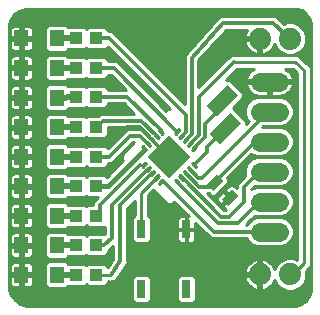
<source format=gtl>
G75*
G70*
%OFA0B0*%
%FSLAX24Y24*%
%IPPOS*%
%LPD*%
%AMOC8*
5,1,8,0,0,1.08239X$1,22.5*
%
%ADD10C,0.0089*%
%ADD11R,0.1024X0.1024*%
%ADD12C,0.0640*%
%ADD13R,0.0315X0.0472*%
%ADD14R,0.0472X0.0551*%
%ADD15R,0.0433X0.0394*%
%ADD16C,0.0740*%
%ADD17R,0.0500X0.1000*%
%ADD18R,0.0300X0.0600*%
%ADD19C,0.0120*%
%ADD20C,0.0100*%
%ADD21C,0.0200*%
%ADD22C,0.0160*%
D10*
X005777Y005953D02*
X005895Y006071D01*
X005917Y006049D01*
X005799Y005931D01*
X005777Y005953D01*
X005843Y006019D02*
X005887Y006019D01*
X006034Y005931D02*
X005916Y005813D01*
X006034Y005931D02*
X006056Y005909D01*
X005938Y005791D01*
X005916Y005813D01*
X005982Y005879D02*
X006026Y005879D01*
X006173Y005792D02*
X006055Y005674D01*
X006173Y005792D02*
X006195Y005770D01*
X006077Y005652D01*
X006055Y005674D01*
X006121Y005740D02*
X006165Y005740D01*
X006313Y005653D02*
X006195Y005535D01*
X006313Y005653D02*
X006335Y005631D01*
X006217Y005513D01*
X006195Y005535D01*
X006261Y005601D02*
X006305Y005601D01*
X006452Y005514D02*
X006334Y005396D01*
X006452Y005514D02*
X006474Y005492D01*
X006356Y005374D01*
X006334Y005396D01*
X006400Y005462D02*
X006444Y005462D01*
X006891Y005492D02*
X006913Y005514D01*
X007031Y005396D01*
X007009Y005374D01*
X006891Y005492D01*
X006921Y005462D02*
X006965Y005462D01*
X007030Y005631D02*
X007052Y005653D01*
X007170Y005535D01*
X007148Y005513D01*
X007030Y005631D01*
X007060Y005601D02*
X007104Y005601D01*
X007169Y005770D02*
X007191Y005792D01*
X007309Y005674D01*
X007287Y005652D01*
X007169Y005770D01*
X007199Y005740D02*
X007243Y005740D01*
X007308Y005909D02*
X007330Y005931D01*
X007448Y005813D01*
X007426Y005791D01*
X007308Y005909D01*
X007338Y005879D02*
X007382Y005879D01*
X007447Y006049D02*
X007469Y006071D01*
X007587Y005953D01*
X007565Y005931D01*
X007447Y006049D01*
X007477Y006019D02*
X007521Y006019D01*
X007447Y006509D02*
X007565Y006627D01*
X007587Y006605D01*
X007469Y006487D01*
X007447Y006509D01*
X007513Y006575D02*
X007557Y006575D01*
X007426Y006767D02*
X007308Y006649D01*
X007426Y006767D02*
X007448Y006745D01*
X007330Y006627D01*
X007308Y006649D01*
X007374Y006715D02*
X007418Y006715D01*
X007287Y006906D02*
X007169Y006788D01*
X007287Y006906D02*
X007309Y006884D01*
X007191Y006766D01*
X007169Y006788D01*
X007235Y006854D02*
X007279Y006854D01*
X007148Y007045D02*
X007030Y006927D01*
X007148Y007045D02*
X007170Y007023D01*
X007052Y006905D01*
X007030Y006927D01*
X007096Y006993D02*
X007140Y006993D01*
X007009Y007184D02*
X006891Y007066D01*
X007009Y007184D02*
X007031Y007162D01*
X006913Y007044D01*
X006891Y007066D01*
X006957Y007132D02*
X007001Y007132D01*
X006356Y007184D02*
X006334Y007162D01*
X006356Y007184D02*
X006474Y007066D01*
X006452Y007044D01*
X006334Y007162D01*
X006364Y007132D02*
X006408Y007132D01*
X006217Y007045D02*
X006195Y007023D01*
X006217Y007045D02*
X006335Y006927D01*
X006313Y006905D01*
X006195Y007023D01*
X006225Y006993D02*
X006269Y006993D01*
X006077Y006906D02*
X006055Y006884D01*
X006077Y006906D02*
X006195Y006788D01*
X006173Y006766D01*
X006055Y006884D01*
X006085Y006854D02*
X006129Y006854D01*
X005938Y006767D02*
X005916Y006745D01*
X005938Y006767D02*
X006056Y006649D01*
X006034Y006627D01*
X005916Y006745D01*
X005946Y006715D02*
X005990Y006715D01*
X005799Y006627D02*
X005777Y006605D01*
X005799Y006627D02*
X005917Y006509D01*
X005895Y006487D01*
X005777Y006605D01*
X005807Y006575D02*
X005851Y006575D01*
D11*
G36*
X005958Y006279D02*
X006682Y007003D01*
X007406Y006279D01*
X006682Y005555D01*
X005958Y006279D01*
G37*
D12*
X009702Y005779D02*
X010342Y005779D01*
X010342Y004779D02*
X009702Y004779D01*
X009702Y003779D02*
X010342Y003779D01*
X010342Y006779D02*
X009702Y006779D01*
X009702Y007779D02*
X010342Y007779D01*
X010342Y008779D02*
X009702Y008779D01*
D13*
G36*
X008156Y005140D02*
X007934Y005362D01*
X008266Y005694D01*
X008488Y005472D01*
X008156Y005140D01*
G37*
G36*
X008657Y004639D02*
X008435Y004861D01*
X008767Y005193D01*
X008989Y004971D01*
X008657Y004639D01*
G37*
D14*
X002942Y004311D03*
X002942Y005295D03*
X002942Y006279D03*
X002942Y007263D03*
X002942Y008248D03*
X002942Y009232D03*
X002942Y010216D03*
X001761Y010216D03*
X001761Y009232D03*
X001761Y008248D03*
X001761Y007263D03*
X001761Y006279D03*
X001761Y005295D03*
X001761Y004311D03*
X001761Y003326D03*
X001761Y002342D03*
X002942Y002342D03*
X002942Y003326D03*
D15*
X003592Y003326D03*
X004261Y003326D03*
X004261Y002342D03*
X003592Y002342D03*
X003592Y004311D03*
X004261Y004311D03*
X004261Y005295D03*
X003592Y005295D03*
X003592Y006279D03*
X004261Y006279D03*
X004261Y007263D03*
X003592Y007263D03*
X003592Y008267D03*
X004261Y008267D03*
X004261Y009232D03*
X003592Y009232D03*
X003592Y010216D03*
X004261Y010216D03*
D16*
X009710Y010209D03*
X010710Y010209D03*
X010710Y002350D03*
X009710Y002350D03*
D17*
G36*
X008727Y007743D02*
X009081Y007389D01*
X008375Y006683D01*
X008021Y007037D01*
X008727Y007743D01*
G37*
G36*
X008627Y008678D02*
X008981Y008324D01*
X008275Y007618D01*
X007921Y007972D01*
X008627Y008678D01*
G37*
D18*
X007257Y003854D03*
X005757Y003854D03*
X005757Y001854D03*
X007257Y001854D03*
D19*
X008182Y003779D02*
X010022Y003779D01*
X009682Y004779D02*
X008982Y004079D01*
X008325Y004079D01*
X006961Y005444D01*
X007100Y005583D02*
X008404Y004279D01*
X008682Y004279D01*
X009182Y004779D01*
X009182Y005279D01*
X009682Y005779D01*
X010022Y005779D01*
X008551Y007213D02*
X007932Y006595D01*
X007932Y006429D01*
X007517Y006014D01*
X007378Y005861D02*
X007661Y005579D01*
X007782Y005579D01*
X009982Y007779D01*
X008682Y008179D02*
X007882Y007379D01*
X007882Y006922D01*
X007517Y006557D01*
X007400Y006719D02*
X007682Y007002D01*
X007682Y008279D01*
X008832Y009429D01*
X008482Y010729D02*
X007432Y009579D01*
X007432Y007029D01*
X007239Y006836D01*
X007100Y006975D02*
X007232Y007107D01*
X007232Y007679D01*
X004682Y010229D01*
X004274Y010229D01*
X004261Y009232D02*
X004843Y009232D01*
X006961Y007114D01*
X006404Y007157D02*
X005282Y008279D01*
X004273Y008279D01*
X004477Y007479D02*
X004261Y007263D01*
X004477Y007479D02*
X005761Y007479D01*
X006265Y006975D01*
X006125Y006836D02*
X005707Y007254D01*
X005282Y007254D01*
X005382Y006979D02*
X004682Y006279D01*
X004261Y006279D01*
X005382Y006979D02*
X005704Y006979D01*
X005986Y006697D01*
X006125Y006836D02*
X006682Y006279D01*
X007239Y005722D02*
X007682Y005279D01*
X008073Y005279D01*
X008182Y003779D02*
X006517Y005444D01*
X006125Y005722D02*
X005057Y004654D01*
X005057Y002804D01*
X004745Y002342D01*
X004529Y003326D02*
X004261Y003326D01*
X004529Y003326D02*
X004782Y003579D01*
X004782Y004657D01*
X005986Y005861D01*
X005704Y006001D02*
X004382Y004679D01*
X004382Y004432D01*
X008482Y010729D02*
X010140Y010729D01*
X010710Y010209D01*
D20*
X001423Y001654D02*
X001543Y001489D01*
X001707Y001370D01*
X001901Y001307D01*
X002002Y001299D01*
X010819Y001299D01*
X010912Y001306D01*
X011088Y001364D01*
X011238Y001473D01*
X011348Y001623D01*
X011405Y001799D01*
X011412Y001892D01*
X011412Y010588D01*
X011412Y010624D01*
X011412Y010658D01*
X011405Y010744D01*
X011352Y010908D01*
X011251Y011048D01*
X011111Y011149D01*
X010947Y011202D01*
X010861Y011209D01*
X002034Y011209D01*
X002014Y011209D01*
X001963Y011209D01*
X001868Y011202D01*
X001686Y011142D01*
X001531Y011030D01*
X001419Y010875D01*
X001360Y010694D01*
X001352Y010598D01*
X001352Y002019D01*
X001352Y002006D01*
X001352Y001949D01*
X001360Y001847D01*
X001423Y001654D01*
X001428Y001648D02*
X005437Y001648D01*
X005437Y001746D02*
X001393Y001746D01*
X001361Y001845D02*
X005437Y001845D01*
X005437Y001943D02*
X003295Y001943D01*
X003327Y001975D02*
X003879Y001975D01*
X003926Y002023D01*
X003974Y001975D01*
X004548Y001975D01*
X004647Y002075D01*
X004647Y002122D01*
X004660Y002122D01*
X004695Y002098D01*
X004819Y002122D01*
X004836Y002122D01*
X004840Y002126D01*
X004882Y002134D01*
X004953Y002239D01*
X005452Y002239D01*
X005437Y002224D02*
X005537Y002324D01*
X005978Y002324D01*
X006077Y002224D01*
X006077Y001484D01*
X005978Y001384D01*
X005537Y001384D01*
X005437Y001484D01*
X005437Y002224D01*
X005437Y002140D02*
X004886Y002140D01*
X004953Y002239D02*
X004965Y002251D01*
X004965Y002257D01*
X005235Y002657D01*
X005287Y002709D01*
X005287Y002734D01*
X005301Y002754D01*
X005287Y002826D01*
X005287Y004559D01*
X005537Y004809D01*
X005537Y004324D01*
X005537Y004324D01*
X005437Y004224D01*
X005437Y003484D01*
X005537Y003384D01*
X005978Y003384D01*
X006077Y003484D01*
X006077Y004224D01*
X005978Y004324D01*
X005977Y004324D01*
X005977Y004985D01*
X006158Y005165D01*
X006631Y004691D01*
X006772Y004691D01*
X006859Y004777D01*
X007332Y004304D01*
X007282Y004304D01*
X007282Y003879D01*
X007232Y003879D01*
X007232Y003829D01*
X006957Y003829D01*
X006957Y003534D01*
X006967Y003496D01*
X006987Y003462D01*
X007015Y003434D01*
X007049Y003414D01*
X007087Y003404D01*
X007232Y003404D01*
X007232Y003829D01*
X007282Y003829D01*
X007282Y003404D01*
X007427Y003404D01*
X007465Y003414D01*
X007499Y003434D01*
X007527Y003462D01*
X007547Y003496D01*
X007557Y003534D01*
X007557Y003829D01*
X007282Y003829D01*
X007282Y003879D01*
X007557Y003879D01*
X007557Y004079D01*
X007952Y003684D01*
X008087Y003549D01*
X009267Y003549D01*
X009287Y003501D01*
X009425Y003364D01*
X009605Y003289D01*
X010440Y003289D01*
X010620Y003364D01*
X010758Y003501D01*
X010832Y003682D01*
X010832Y003876D01*
X010758Y004057D01*
X010620Y004194D01*
X010440Y004269D01*
X009605Y004269D01*
X009425Y004194D01*
X009287Y004057D01*
X009267Y004009D01*
X009237Y004009D01*
X009543Y004315D01*
X009605Y004289D01*
X010440Y004289D01*
X010620Y004364D01*
X010758Y004501D01*
X010832Y004682D01*
X010832Y004876D01*
X010758Y005057D01*
X010620Y005194D01*
X010440Y005269D01*
X009605Y005269D01*
X009425Y005194D01*
X009412Y005182D01*
X009412Y005184D01*
X009543Y005315D01*
X009605Y005289D01*
X010440Y005289D01*
X010620Y005364D01*
X010758Y005501D01*
X010832Y005682D01*
X010832Y005876D01*
X010758Y006057D01*
X010620Y006194D01*
X010440Y006269D01*
X009605Y006269D01*
X009425Y006194D01*
X009287Y006057D01*
X009212Y005876D01*
X009212Y005682D01*
X009226Y005648D01*
X008952Y005374D01*
X008952Y005222D01*
X008860Y005314D01*
X008825Y005334D01*
X008787Y005344D01*
X008748Y005344D01*
X008710Y005334D01*
X008675Y005314D01*
X008515Y005154D01*
X008712Y004957D01*
X008671Y004916D01*
X008712Y004875D01*
X008459Y004623D01*
X008564Y004518D01*
X008579Y004509D01*
X008499Y004509D01*
X007959Y005049D01*
X008004Y005049D01*
X008085Y004969D01*
X008226Y004969D01*
X008659Y005402D01*
X008659Y005543D01*
X008622Y005580D01*
X009415Y006373D01*
X009425Y006364D01*
X009605Y006289D01*
X010440Y006289D01*
X010620Y006364D01*
X010758Y006501D01*
X010832Y006682D01*
X010832Y006876D01*
X010758Y007057D01*
X010620Y007194D01*
X010440Y007269D01*
X009797Y007269D01*
X009817Y007289D01*
X010440Y007289D01*
X010620Y007364D01*
X010758Y007501D01*
X010832Y007682D01*
X010832Y007876D01*
X010758Y008057D01*
X010620Y008194D01*
X010440Y008269D01*
X009605Y008269D01*
X009425Y008194D01*
X009287Y008057D01*
X009212Y007876D01*
X009212Y007682D01*
X009287Y007501D01*
X009333Y007455D01*
X009251Y007373D01*
X009251Y007460D01*
X008804Y007907D01*
X009151Y008254D01*
X009151Y008395D01*
X008698Y008848D01*
X008576Y008848D01*
X008937Y009209D01*
X009511Y009209D01*
X009456Y009181D01*
X009396Y009138D01*
X009344Y009085D01*
X009300Y009025D01*
X009267Y008959D01*
X009244Y008889D01*
X009234Y008829D01*
X009972Y008829D01*
X009972Y008729D01*
X009234Y008729D01*
X009244Y008669D01*
X009267Y008599D01*
X009300Y008533D01*
X009344Y008473D01*
X009396Y008421D01*
X009456Y008377D01*
X009522Y008344D01*
X009592Y008321D01*
X009665Y008309D01*
X009972Y008309D01*
X009972Y008729D01*
X010072Y008729D01*
X010072Y008309D01*
X010379Y008309D01*
X010452Y008321D01*
X010523Y008344D01*
X010589Y008377D01*
X010648Y008421D01*
X010701Y008473D01*
X010744Y008533D01*
X010778Y008599D01*
X010801Y008669D01*
X010810Y008729D01*
X010072Y008729D01*
X010072Y008829D01*
X010810Y008829D01*
X010801Y008889D01*
X010778Y008959D01*
X010744Y009025D01*
X010701Y009085D01*
X010648Y009138D01*
X010589Y009181D01*
X010533Y009209D01*
X010803Y009209D01*
X010962Y009076D01*
X010962Y002830D01*
X010961Y002830D01*
X010962Y002830D02*
X010818Y002889D01*
X010603Y002889D01*
X010404Y002807D01*
X010252Y002655D01*
X010199Y002527D01*
X010192Y002549D01*
X010155Y002622D01*
X010107Y002688D01*
X010049Y002746D01*
X009983Y002794D01*
X009910Y002831D01*
X009832Y002857D01*
X009760Y002868D01*
X009760Y002400D01*
X009660Y002400D01*
X009660Y002868D01*
X009588Y002857D01*
X009511Y002831D01*
X009438Y002794D01*
X009371Y002746D01*
X009314Y002688D01*
X009265Y002622D01*
X009228Y002549D01*
X009203Y002471D01*
X009192Y002399D01*
X009660Y002399D01*
X009660Y002300D01*
X009192Y002300D01*
X009203Y002228D01*
X009228Y002150D01*
X009265Y002077D01*
X009314Y002011D01*
X009371Y001953D01*
X009438Y001905D01*
X009511Y001868D01*
X009588Y001842D01*
X009660Y001831D01*
X009660Y002299D01*
X009760Y002299D01*
X009760Y001831D01*
X009832Y001842D01*
X009910Y001868D01*
X009983Y001905D01*
X010049Y001953D01*
X010107Y002011D01*
X010155Y002077D01*
X010192Y002150D01*
X010199Y002172D01*
X010252Y002044D01*
X010404Y001892D01*
X010603Y001810D01*
X010818Y001810D01*
X011016Y001892D01*
X011168Y002044D01*
X011250Y002242D01*
X011250Y002457D01*
X011242Y002477D01*
X011402Y002638D01*
X011402Y002820D01*
X011402Y009099D01*
X011410Y009108D01*
X011402Y009189D01*
X011402Y009270D01*
X011394Y009278D01*
X011393Y009290D01*
X011330Y009342D01*
X011273Y009399D01*
X011262Y009399D01*
X011030Y009592D01*
X010973Y009649D01*
X010962Y009649D01*
X010953Y009656D01*
X010872Y009649D01*
X008937Y009649D01*
X008927Y009659D01*
X008737Y009659D01*
X007662Y008584D01*
X007662Y009490D01*
X008584Y010499D01*
X009278Y010499D01*
X009265Y010481D01*
X009228Y010408D01*
X009203Y010330D01*
X009192Y010259D01*
X009660Y010259D01*
X009660Y010159D01*
X009192Y010159D01*
X009203Y010087D01*
X009228Y010009D01*
X009265Y009936D01*
X009314Y009870D01*
X009371Y009812D01*
X009438Y009764D01*
X009511Y009727D01*
X009588Y009701D01*
X009660Y009690D01*
X009660Y010158D01*
X009760Y010158D01*
X009760Y009690D01*
X009832Y009701D01*
X009910Y009727D01*
X009983Y009764D01*
X010049Y009812D01*
X010107Y009870D01*
X010155Y009936D01*
X010192Y010009D01*
X010199Y010031D01*
X010252Y009903D01*
X010404Y009751D01*
X010603Y009669D01*
X010818Y009669D01*
X011016Y009751D01*
X011168Y009903D01*
X011250Y010101D01*
X011250Y010316D01*
X011168Y010514D01*
X011016Y010666D01*
X010818Y010749D01*
X010603Y010749D01*
X010504Y010708D01*
X010298Y010895D01*
X010235Y010959D01*
X010229Y010959D01*
X010224Y010963D01*
X010134Y010959D01*
X008571Y010959D01*
X008567Y010963D01*
X008477Y010959D01*
X008387Y010959D01*
X008383Y010955D01*
X008377Y010954D01*
X008316Y010888D01*
X008252Y010824D01*
X008252Y010818D01*
X007266Y009738D01*
X007202Y009674D01*
X007202Y009668D01*
X007198Y009664D01*
X007202Y009574D01*
X007202Y008034D01*
X004912Y010324D01*
X004777Y010459D01*
X004647Y010459D01*
X004647Y010483D01*
X004548Y010583D01*
X003974Y010583D01*
X003926Y010535D01*
X003879Y010583D01*
X003327Y010583D01*
X003249Y010662D01*
X002635Y010662D01*
X002536Y010562D01*
X002536Y009870D01*
X002635Y009770D01*
X003249Y009770D01*
X003327Y009849D01*
X003879Y009849D01*
X003926Y009897D01*
X003974Y009849D01*
X004548Y009849D01*
X004642Y009944D01*
X006727Y007859D01*
X006631Y007859D01*
X006586Y007814D01*
X004938Y009462D01*
X004748Y009462D01*
X004647Y009462D01*
X004647Y009499D01*
X004548Y009599D01*
X003974Y009599D01*
X003926Y009551D01*
X003879Y009599D01*
X003327Y009599D01*
X003249Y009677D01*
X002635Y009677D01*
X002536Y009578D01*
X002536Y008886D01*
X002635Y008786D01*
X003249Y008786D01*
X003327Y008865D01*
X003879Y008865D01*
X003926Y008913D01*
X003974Y008865D01*
X004548Y008865D01*
X004647Y008965D01*
X004647Y009002D01*
X004748Y009002D01*
X005241Y008509D01*
X004647Y008509D01*
X004647Y008534D01*
X004548Y008634D01*
X003974Y008634D01*
X003926Y008586D01*
X003879Y008634D01*
X003308Y008634D01*
X003249Y008693D01*
X002635Y008693D01*
X002536Y008594D01*
X002536Y007902D01*
X002635Y007802D01*
X003249Y007802D01*
X003347Y007900D01*
X003879Y007900D01*
X003926Y007948D01*
X003974Y007900D01*
X004548Y007900D01*
X004647Y008000D01*
X004647Y008049D01*
X005187Y008049D01*
X005527Y007709D01*
X004572Y007709D01*
X004381Y007709D01*
X004303Y007630D01*
X003974Y007630D01*
X003926Y007582D01*
X003879Y007630D01*
X003327Y007630D01*
X003249Y007709D01*
X002635Y007709D01*
X002536Y007609D01*
X002536Y006917D01*
X002635Y006818D01*
X003249Y006818D01*
X003327Y006896D01*
X003879Y006896D01*
X003926Y006944D01*
X003974Y006896D01*
X004548Y006896D01*
X004647Y006996D01*
X004647Y007249D01*
X005665Y007249D01*
X005705Y007209D01*
X005477Y007209D01*
X005287Y007209D01*
X004636Y006558D01*
X004548Y006646D01*
X003974Y006646D01*
X003926Y006598D01*
X003879Y006646D01*
X003327Y006646D01*
X003249Y006725D01*
X002635Y006725D01*
X002536Y006625D01*
X002536Y005933D01*
X002635Y005833D01*
X003249Y005833D01*
X003327Y005912D01*
X003879Y005912D01*
X003926Y005960D01*
X003974Y005912D01*
X004548Y005912D01*
X004647Y006012D01*
X004647Y006049D01*
X004777Y006049D01*
X004912Y006184D01*
X005477Y006749D01*
X005521Y006749D01*
X005118Y006346D01*
X005118Y006205D01*
X005155Y006168D01*
X004598Y005611D01*
X004548Y005662D01*
X003974Y005662D01*
X003926Y005614D01*
X003879Y005662D01*
X003327Y005662D01*
X003249Y005740D01*
X002635Y005740D01*
X002536Y005641D01*
X002536Y004949D01*
X002635Y004849D01*
X003249Y004849D01*
X003327Y004928D01*
X003879Y004928D01*
X003926Y004976D01*
X003974Y004928D01*
X004306Y004928D01*
X004287Y004909D01*
X004152Y004774D01*
X004152Y004677D01*
X003974Y004677D01*
X003926Y004630D01*
X003879Y004677D01*
X003327Y004677D01*
X003249Y004756D01*
X002635Y004756D01*
X002536Y004657D01*
X002536Y003965D01*
X002635Y003865D01*
X003249Y003865D01*
X003327Y003944D01*
X003879Y003944D01*
X003926Y003991D01*
X003974Y003944D01*
X004548Y003944D01*
X004552Y003948D01*
X004552Y003689D01*
X004548Y003693D01*
X003974Y003693D01*
X003926Y003645D01*
X003879Y003693D01*
X003327Y003693D01*
X003249Y003772D01*
X002635Y003772D01*
X002536Y003672D01*
X002536Y002980D01*
X002635Y002881D01*
X003249Y002881D01*
X003327Y002959D01*
X003879Y002959D01*
X003926Y003007D01*
X003974Y002959D01*
X004548Y002959D01*
X004647Y003059D01*
X004647Y003119D01*
X004759Y003231D01*
X004827Y003299D01*
X004827Y002874D01*
X004647Y002608D01*
X004647Y002609D01*
X004548Y002709D01*
X003974Y002709D01*
X003926Y002661D01*
X003879Y002709D01*
X003327Y002709D01*
X003249Y002788D01*
X002635Y002788D01*
X002536Y002688D01*
X002536Y001996D01*
X002635Y001896D01*
X003249Y001896D01*
X003327Y001975D01*
X002589Y001943D02*
X002084Y001943D01*
X002089Y001946D02*
X002117Y001974D01*
X002137Y002009D01*
X002147Y002047D01*
X002147Y002292D01*
X001811Y002292D01*
X001811Y002392D01*
X002147Y002392D01*
X002147Y002637D01*
X002137Y002676D01*
X002117Y002710D01*
X002089Y002738D01*
X002055Y002757D01*
X002017Y002768D01*
X001811Y002768D01*
X001811Y002392D01*
X001711Y002392D01*
X001711Y002768D01*
X001505Y002768D01*
X001467Y002757D01*
X001433Y002738D01*
X001405Y002710D01*
X001385Y002676D01*
X001375Y002637D01*
X001375Y002392D01*
X001711Y002392D01*
X001711Y002292D01*
X001811Y002292D01*
X001811Y001916D01*
X002017Y001916D01*
X002055Y001927D01*
X002089Y001946D01*
X002146Y002042D02*
X002536Y002042D01*
X002536Y002140D02*
X002147Y002140D01*
X002147Y002239D02*
X002536Y002239D01*
X002536Y002337D02*
X001811Y002337D01*
X001811Y002239D02*
X001711Y002239D01*
X001711Y002292D02*
X001711Y001916D01*
X001505Y001916D01*
X001467Y001927D01*
X001433Y001946D01*
X001405Y001974D01*
X001385Y002009D01*
X001375Y002047D01*
X001375Y002292D01*
X001711Y002292D01*
X001711Y002337D02*
X001352Y002337D01*
X001352Y002239D02*
X001375Y002239D01*
X001375Y002140D02*
X001352Y002140D01*
X001352Y002042D02*
X001376Y002042D01*
X001353Y001943D02*
X001438Y001943D01*
X001711Y001943D02*
X001811Y001943D01*
X001811Y002042D02*
X001711Y002042D01*
X001711Y002140D02*
X001811Y002140D01*
X001811Y002436D02*
X001711Y002436D01*
X001711Y002534D02*
X001811Y002534D01*
X001811Y002633D02*
X001711Y002633D01*
X001711Y002731D02*
X001811Y002731D01*
X001811Y002901D02*
X002017Y002901D01*
X002055Y002911D01*
X002089Y002931D01*
X002117Y002959D01*
X002137Y002993D01*
X002147Y003031D01*
X002147Y003276D01*
X001811Y003276D01*
X001811Y002901D01*
X001811Y002929D02*
X001711Y002929D01*
X001711Y002901D02*
X001505Y002901D01*
X001467Y002911D01*
X001433Y002931D01*
X001405Y002959D01*
X001385Y002993D01*
X001375Y003031D01*
X001375Y003276D01*
X001711Y003276D01*
X001811Y003276D01*
X001811Y003376D01*
X002147Y003376D01*
X002147Y003622D01*
X002137Y003660D01*
X002117Y003694D01*
X002089Y003722D01*
X002055Y003742D01*
X002017Y003752D01*
X001811Y003752D01*
X001811Y003376D01*
X001711Y003376D01*
X001711Y003276D01*
X001711Y002901D01*
X001711Y003027D02*
X001811Y003027D01*
X001811Y003126D02*
X001711Y003126D01*
X001711Y003224D02*
X001811Y003224D01*
X001811Y003323D02*
X002536Y003323D01*
X002536Y003421D02*
X002147Y003421D01*
X002147Y003520D02*
X002536Y003520D01*
X002536Y003618D02*
X002147Y003618D01*
X002094Y003717D02*
X002580Y003717D01*
X002586Y003914D02*
X002088Y003914D01*
X002089Y003915D02*
X002117Y003943D01*
X002137Y003977D01*
X002147Y004015D01*
X002147Y004261D01*
X001811Y004261D01*
X001811Y004360D01*
X002147Y004360D01*
X002147Y004606D01*
X002137Y004644D01*
X002117Y004678D01*
X002089Y004706D01*
X002055Y004726D01*
X002017Y004736D01*
X001811Y004736D01*
X001811Y004361D01*
X001711Y004361D01*
X001711Y004736D01*
X001505Y004736D01*
X001467Y004726D01*
X001433Y004706D01*
X001405Y004678D01*
X001385Y004644D01*
X001375Y004606D01*
X001375Y004360D01*
X001711Y004360D01*
X001711Y004261D01*
X001375Y004261D01*
X001375Y004015D01*
X001385Y003977D01*
X001405Y003943D01*
X001433Y003915D01*
X001467Y003895D01*
X001505Y003885D01*
X001711Y003885D01*
X001711Y004260D01*
X001811Y004260D01*
X001811Y003885D01*
X002017Y003885D01*
X002055Y003895D01*
X002089Y003915D01*
X002146Y004013D02*
X002536Y004013D01*
X002536Y004111D02*
X002147Y004111D01*
X002147Y004210D02*
X002536Y004210D01*
X002536Y004308D02*
X001811Y004308D01*
X001811Y004210D02*
X001711Y004210D01*
X001711Y004308D02*
X001352Y004308D01*
X001352Y004210D02*
X001375Y004210D01*
X001375Y004111D02*
X001352Y004111D01*
X001352Y004013D02*
X001375Y004013D01*
X001352Y003914D02*
X001434Y003914D01*
X001352Y003815D02*
X004552Y003815D01*
X004552Y003717D02*
X003304Y003717D01*
X003298Y003914D02*
X004552Y003914D01*
X004261Y004311D02*
X004382Y004432D01*
X004152Y004702D02*
X003302Y004702D01*
X003299Y004899D02*
X004277Y004899D01*
X004179Y004801D02*
X001352Y004801D01*
X001352Y004899D02*
X001432Y004899D01*
X001433Y004899D02*
X001467Y004879D01*
X001505Y004869D01*
X001711Y004869D01*
X001711Y005245D01*
X001375Y005245D01*
X001375Y004999D01*
X001385Y004961D01*
X001405Y004927D01*
X001433Y004899D01*
X001375Y004998D02*
X001352Y004998D01*
X001352Y005097D02*
X001375Y005097D01*
X001375Y005195D02*
X001352Y005195D01*
X001352Y005294D02*
X001711Y005294D01*
X001711Y005245D02*
X001711Y005345D01*
X001711Y005720D01*
X001505Y005720D01*
X001467Y005710D01*
X001433Y005690D01*
X001405Y005662D01*
X001385Y005628D01*
X001375Y005590D01*
X001375Y005345D01*
X001711Y005345D01*
X001811Y005345D01*
X001811Y005720D01*
X002017Y005720D01*
X002055Y005710D01*
X002089Y005690D01*
X002117Y005662D01*
X002137Y005628D01*
X002147Y005590D01*
X002147Y005345D01*
X001811Y005345D01*
X001811Y005245D01*
X002147Y005245D01*
X002147Y004999D01*
X002137Y004961D01*
X002117Y004927D01*
X002089Y004899D01*
X002055Y004879D01*
X002017Y004869D01*
X001811Y004869D01*
X001811Y005245D01*
X001711Y005245D01*
X001711Y005195D02*
X001811Y005195D01*
X001811Y005097D02*
X001711Y005097D01*
X001711Y004998D02*
X001811Y004998D01*
X001811Y004899D02*
X001711Y004899D01*
X001711Y004702D02*
X001811Y004702D01*
X001811Y004604D02*
X001711Y004604D01*
X001711Y004505D02*
X001811Y004505D01*
X001811Y004407D02*
X001711Y004407D01*
X001711Y004111D02*
X001811Y004111D01*
X001811Y004013D02*
X001711Y004013D01*
X001711Y003914D02*
X001811Y003914D01*
X001711Y003752D02*
X001505Y003752D01*
X001467Y003742D01*
X001433Y003722D01*
X001405Y003694D01*
X001385Y003660D01*
X001375Y003622D01*
X001375Y003376D01*
X001711Y003376D01*
X001711Y003752D01*
X001711Y003717D02*
X001811Y003717D01*
X001811Y003618D02*
X001711Y003618D01*
X001711Y003520D02*
X001811Y003520D01*
X001811Y003421D02*
X001711Y003421D01*
X001711Y003323D02*
X001352Y003323D01*
X001352Y003421D02*
X001375Y003421D01*
X001375Y003520D02*
X001352Y003520D01*
X001352Y003618D02*
X001375Y003618D01*
X001352Y003717D02*
X001428Y003717D01*
X001375Y003224D02*
X001352Y003224D01*
X001352Y003126D02*
X001375Y003126D01*
X001376Y003027D02*
X001352Y003027D01*
X001352Y002929D02*
X001436Y002929D01*
X001352Y002830D02*
X004797Y002830D01*
X004827Y002929D02*
X003297Y002929D01*
X003305Y002731D02*
X004731Y002731D01*
X004664Y002633D02*
X004624Y002633D01*
X004745Y002342D02*
X004261Y002342D01*
X004614Y002042D02*
X005437Y002042D01*
X005086Y002436D02*
X009197Y002436D01*
X009224Y002534D02*
X005153Y002534D01*
X005219Y002633D02*
X009273Y002633D01*
X009357Y002731D02*
X005287Y002731D01*
X005287Y002830D02*
X009508Y002830D01*
X009660Y002830D02*
X009760Y002830D01*
X009760Y002731D02*
X009660Y002731D01*
X009660Y002633D02*
X009760Y002633D01*
X009760Y002534D02*
X009660Y002534D01*
X009660Y002436D02*
X009760Y002436D01*
X009660Y002337D02*
X005019Y002337D01*
X005287Y002929D02*
X010962Y002929D01*
X010962Y003027D02*
X005287Y003027D01*
X005287Y003126D02*
X010962Y003126D01*
X010962Y003224D02*
X005287Y003224D01*
X005287Y003323D02*
X009523Y003323D01*
X009367Y003421D02*
X007477Y003421D01*
X007553Y003520D02*
X009279Y003520D01*
X009269Y004013D02*
X009241Y004013D01*
X009339Y004111D02*
X009341Y004111D01*
X009438Y004210D02*
X009461Y004210D01*
X009537Y004308D02*
X009559Y004308D01*
X009682Y004779D02*
X010022Y004779D01*
X010486Y004308D02*
X010962Y004308D01*
X010962Y004210D02*
X010583Y004210D01*
X010703Y004111D02*
X010962Y004111D01*
X010962Y004013D02*
X010776Y004013D01*
X010817Y003914D02*
X010962Y003914D01*
X010962Y003815D02*
X010832Y003815D01*
X010832Y003717D02*
X010962Y003717D01*
X010962Y003618D02*
X010806Y003618D01*
X010765Y003520D02*
X010962Y003520D01*
X010962Y003421D02*
X010677Y003421D01*
X010521Y003323D02*
X010962Y003323D01*
X011402Y003323D02*
X011412Y003323D01*
X011402Y003421D02*
X011412Y003421D01*
X011402Y003520D02*
X011412Y003520D01*
X011402Y003618D02*
X011412Y003618D01*
X011402Y003717D02*
X011412Y003717D01*
X011402Y003815D02*
X011412Y003815D01*
X011402Y003914D02*
X011412Y003914D01*
X011402Y004013D02*
X011412Y004013D01*
X011402Y004111D02*
X011412Y004111D01*
X011402Y004210D02*
X011412Y004210D01*
X011402Y004308D02*
X011412Y004308D01*
X011402Y004407D02*
X011412Y004407D01*
X011402Y004505D02*
X011412Y004505D01*
X011402Y004604D02*
X011412Y004604D01*
X011402Y004702D02*
X011412Y004702D01*
X011402Y004801D02*
X011412Y004801D01*
X011402Y004899D02*
X011412Y004899D01*
X011402Y004998D02*
X011412Y004998D01*
X011402Y005097D02*
X011412Y005097D01*
X011402Y005195D02*
X011412Y005195D01*
X011402Y005294D02*
X011412Y005294D01*
X011402Y005392D02*
X011412Y005392D01*
X011402Y005491D02*
X011412Y005491D01*
X011402Y005589D02*
X011412Y005589D01*
X011402Y005688D02*
X011412Y005688D01*
X011402Y005786D02*
X011412Y005786D01*
X011402Y005885D02*
X011412Y005885D01*
X011402Y005983D02*
X011412Y005983D01*
X011402Y006082D02*
X011412Y006082D01*
X011402Y006181D02*
X011412Y006181D01*
X011402Y006279D02*
X011412Y006279D01*
X011402Y006378D02*
X011412Y006378D01*
X011402Y006476D02*
X011412Y006476D01*
X011402Y006575D02*
X011412Y006575D01*
X011402Y006673D02*
X011412Y006673D01*
X011402Y006772D02*
X011412Y006772D01*
X011402Y006870D02*
X011412Y006870D01*
X011402Y006969D02*
X011412Y006969D01*
X011402Y007067D02*
X011412Y007067D01*
X011402Y007166D02*
X011412Y007166D01*
X011402Y007264D02*
X011412Y007264D01*
X011402Y007363D02*
X011412Y007363D01*
X011402Y007462D02*
X011412Y007462D01*
X011402Y007560D02*
X011412Y007560D01*
X011402Y007659D02*
X011412Y007659D01*
X011402Y007757D02*
X011412Y007757D01*
X011402Y007856D02*
X011412Y007856D01*
X011402Y007954D02*
X011412Y007954D01*
X011402Y008053D02*
X011412Y008053D01*
X011402Y008151D02*
X011412Y008151D01*
X011402Y008250D02*
X011412Y008250D01*
X011402Y008348D02*
X011412Y008348D01*
X011402Y008447D02*
X011412Y008447D01*
X011402Y008546D02*
X011412Y008546D01*
X011402Y008644D02*
X011412Y008644D01*
X011402Y008743D02*
X011412Y008743D01*
X011402Y008841D02*
X011412Y008841D01*
X011402Y008940D02*
X011412Y008940D01*
X011402Y009038D02*
X011412Y009038D01*
X011407Y009137D02*
X011412Y009137D01*
X011402Y009235D02*
X011412Y009235D01*
X011412Y009334D02*
X011340Y009334D01*
X011412Y009432D02*
X011222Y009432D01*
X011104Y009531D02*
X011412Y009531D01*
X011412Y009630D02*
X010993Y009630D01*
X010961Y009728D02*
X011412Y009728D01*
X011412Y009827D02*
X011092Y009827D01*
X011177Y009925D02*
X011412Y009925D01*
X011412Y010024D02*
X011218Y010024D01*
X011250Y010122D02*
X011412Y010122D01*
X011412Y010221D02*
X011250Y010221D01*
X011249Y010319D02*
X011412Y010319D01*
X011412Y010418D02*
X011208Y010418D01*
X011166Y010516D02*
X011412Y010516D01*
X011412Y010615D02*
X011067Y010615D01*
X010902Y010714D02*
X011408Y010714D01*
X011383Y010812D02*
X010390Y010812D01*
X010283Y010911D02*
X011350Y010911D01*
X011279Y011009D02*
X001516Y011009D01*
X001444Y010911D02*
X008337Y010911D01*
X008247Y010812D02*
X001398Y010812D01*
X001366Y010714D02*
X008157Y010714D01*
X008067Y010615D02*
X003295Y010615D01*
X002589Y010615D02*
X002084Y010615D01*
X002089Y010612D02*
X002055Y010631D01*
X002017Y010642D01*
X001811Y010642D01*
X001811Y010266D01*
X002147Y010266D01*
X002147Y010511D01*
X002137Y010550D01*
X002117Y010584D01*
X002089Y010612D01*
X002146Y010516D02*
X002536Y010516D01*
X002536Y010418D02*
X002147Y010418D01*
X002147Y010319D02*
X002536Y010319D01*
X002536Y010221D02*
X001811Y010221D01*
X001811Y010266D02*
X001811Y010166D01*
X002147Y010166D01*
X002147Y009921D01*
X002137Y009883D01*
X002117Y009848D01*
X002089Y009820D01*
X002055Y009801D01*
X002017Y009790D01*
X001811Y009790D01*
X001811Y010166D01*
X001711Y010166D01*
X001711Y009790D01*
X001505Y009790D01*
X001467Y009801D01*
X001433Y009820D01*
X001405Y009848D01*
X001385Y009883D01*
X001375Y009921D01*
X001375Y010166D01*
X001711Y010166D01*
X001711Y010266D01*
X001375Y010266D01*
X001375Y010511D01*
X001385Y010550D01*
X001405Y010584D01*
X001433Y010612D01*
X001467Y010631D01*
X001505Y010642D01*
X001711Y010642D01*
X001711Y010266D01*
X001811Y010266D01*
X001811Y010319D02*
X001711Y010319D01*
X001711Y010221D02*
X001352Y010221D01*
X001352Y010319D02*
X001375Y010319D01*
X001375Y010418D02*
X001352Y010418D01*
X001352Y010516D02*
X001376Y010516D01*
X001353Y010615D02*
X001438Y010615D01*
X001711Y010615D02*
X001811Y010615D01*
X001811Y010516D02*
X001711Y010516D01*
X001711Y010418D02*
X001811Y010418D01*
X001811Y010122D02*
X001711Y010122D01*
X001711Y010024D02*
X001811Y010024D01*
X001811Y009925D02*
X001711Y009925D01*
X001711Y009827D02*
X001811Y009827D01*
X001811Y009657D02*
X001811Y009282D01*
X001711Y009282D01*
X001711Y009657D01*
X001505Y009657D01*
X001467Y009647D01*
X001433Y009627D01*
X001405Y009599D01*
X001385Y009565D01*
X001375Y009527D01*
X001375Y009282D01*
X001711Y009282D01*
X001711Y009182D01*
X001375Y009182D01*
X001375Y008936D01*
X001385Y008898D01*
X001405Y008864D01*
X001433Y008836D01*
X001467Y008816D01*
X001505Y008806D01*
X001711Y008806D01*
X001711Y009182D01*
X001811Y009182D01*
X001811Y009282D01*
X002147Y009282D01*
X002147Y009527D01*
X002137Y009565D01*
X002117Y009599D01*
X002089Y009627D01*
X002055Y009647D01*
X002017Y009657D01*
X001811Y009657D01*
X001811Y009630D02*
X001711Y009630D01*
X001711Y009531D02*
X001811Y009531D01*
X001811Y009432D02*
X001711Y009432D01*
X001711Y009334D02*
X001811Y009334D01*
X001811Y009235D02*
X002536Y009235D01*
X002536Y009137D02*
X002147Y009137D01*
X002147Y009182D02*
X001811Y009182D01*
X001811Y008806D01*
X002017Y008806D01*
X002055Y008816D01*
X002089Y008836D01*
X002117Y008864D01*
X002137Y008898D01*
X002147Y008936D01*
X002147Y009182D01*
X002147Y009038D02*
X002536Y009038D01*
X002536Y008940D02*
X002147Y008940D01*
X002094Y008841D02*
X002580Y008841D01*
X002586Y008644D02*
X002088Y008644D01*
X002089Y008643D02*
X002055Y008663D01*
X002017Y008673D01*
X001811Y008673D01*
X001811Y008298D01*
X001711Y008298D01*
X001711Y008673D01*
X001505Y008673D01*
X001467Y008663D01*
X001433Y008643D01*
X001405Y008615D01*
X001385Y008581D01*
X001375Y008543D01*
X001375Y008297D01*
X001711Y008297D01*
X001711Y008198D01*
X001375Y008198D01*
X001375Y007952D01*
X001385Y007914D01*
X001405Y007880D01*
X001433Y007852D01*
X001467Y007832D01*
X001505Y007822D01*
X001711Y007822D01*
X001711Y008197D01*
X001811Y008197D01*
X001811Y007822D01*
X002017Y007822D01*
X002055Y007832D01*
X002089Y007852D01*
X002117Y007880D01*
X002137Y007914D01*
X002147Y007952D01*
X002147Y008198D01*
X001811Y008198D01*
X001811Y008297D01*
X002147Y008297D01*
X002147Y008543D01*
X002137Y008581D01*
X002117Y008615D01*
X002089Y008643D01*
X002146Y008546D02*
X002536Y008546D01*
X002536Y008447D02*
X002147Y008447D01*
X002147Y008348D02*
X002536Y008348D01*
X002536Y008250D02*
X001811Y008250D01*
X001811Y008348D02*
X001711Y008348D01*
X001711Y008250D02*
X001352Y008250D01*
X001352Y008348D02*
X001375Y008348D01*
X001375Y008447D02*
X001352Y008447D01*
X001352Y008546D02*
X001375Y008546D01*
X001352Y008644D02*
X001434Y008644D01*
X001352Y008743D02*
X005007Y008743D01*
X004908Y008841D02*
X003304Y008841D01*
X003298Y008644D02*
X005105Y008644D01*
X005204Y008546D02*
X004636Y008546D01*
X004623Y008940D02*
X004810Y008940D01*
X005165Y009235D02*
X005351Y009235D01*
X005263Y009137D02*
X005449Y009137D01*
X005362Y009038D02*
X005548Y009038D01*
X005460Y008940D02*
X005646Y008940D01*
X005559Y008841D02*
X005745Y008841D01*
X005657Y008743D02*
X005843Y008743D01*
X005756Y008644D02*
X005942Y008644D01*
X005854Y008546D02*
X006040Y008546D01*
X005953Y008447D02*
X006139Y008447D01*
X006052Y008348D02*
X006238Y008348D01*
X006150Y008250D02*
X006336Y008250D01*
X006249Y008151D02*
X006435Y008151D01*
X006347Y008053D02*
X006533Y008053D01*
X006446Y007954D02*
X006632Y007954D01*
X006628Y007856D02*
X006544Y007856D01*
X006987Y008250D02*
X007202Y008250D01*
X007202Y008348D02*
X006888Y008348D01*
X006789Y008447D02*
X007202Y008447D01*
X007202Y008546D02*
X006691Y008546D01*
X006592Y008644D02*
X007202Y008644D01*
X007202Y008743D02*
X006494Y008743D01*
X006395Y008841D02*
X007202Y008841D01*
X007202Y008940D02*
X006297Y008940D01*
X006198Y009038D02*
X007202Y009038D01*
X007202Y009137D02*
X006100Y009137D01*
X006001Y009235D02*
X007202Y009235D01*
X007202Y009334D02*
X005903Y009334D01*
X005804Y009432D02*
X007202Y009432D01*
X007202Y009531D02*
X005705Y009531D01*
X005607Y009630D02*
X007200Y009630D01*
X007256Y009728D02*
X005508Y009728D01*
X005410Y009827D02*
X007347Y009827D01*
X007437Y009925D02*
X005311Y009925D01*
X005213Y010024D02*
X007527Y010024D01*
X007617Y010122D02*
X005114Y010122D01*
X005016Y010221D02*
X007707Y010221D01*
X007797Y010319D02*
X004917Y010319D01*
X004819Y010418D02*
X007887Y010418D01*
X007977Y010516D02*
X004614Y010516D01*
X004274Y010229D02*
X004261Y010216D01*
X004624Y009925D02*
X004661Y009925D01*
X004759Y009827D02*
X003305Y009827D01*
X003296Y009630D02*
X004956Y009630D01*
X004858Y009728D02*
X001352Y009728D01*
X001352Y009630D02*
X001436Y009630D01*
X001376Y009531D02*
X001352Y009531D01*
X001352Y009432D02*
X001375Y009432D01*
X001375Y009334D02*
X001352Y009334D01*
X001352Y009235D02*
X001711Y009235D01*
X001711Y009137D02*
X001811Y009137D01*
X001811Y009038D02*
X001711Y009038D01*
X001711Y008940D02*
X001811Y008940D01*
X001811Y008841D02*
X001711Y008841D01*
X001711Y008644D02*
X001811Y008644D01*
X001811Y008546D02*
X001711Y008546D01*
X001711Y008447D02*
X001811Y008447D01*
X001811Y008151D02*
X001711Y008151D01*
X001711Y008053D02*
X001811Y008053D01*
X001811Y007954D02*
X001711Y007954D01*
X001711Y007856D02*
X001811Y007856D01*
X001811Y007689D02*
X001811Y007313D01*
X002147Y007313D01*
X002147Y007559D01*
X002137Y007597D01*
X002117Y007631D01*
X002089Y007659D01*
X002055Y007679D01*
X002017Y007689D01*
X001811Y007689D01*
X001811Y007659D02*
X001711Y007659D01*
X001711Y007689D02*
X001505Y007689D01*
X001467Y007679D01*
X001433Y007659D01*
X001405Y007631D01*
X001385Y007597D01*
X001375Y007559D01*
X001375Y007313D01*
X001711Y007313D01*
X001711Y007213D01*
X001811Y007213D01*
X001811Y006838D01*
X002017Y006838D01*
X002055Y006848D01*
X002089Y006868D01*
X002117Y006896D01*
X002137Y006930D01*
X002147Y006968D01*
X002147Y007213D01*
X001811Y007213D01*
X001811Y007313D01*
X001711Y007313D01*
X001711Y007689D01*
X001711Y007560D02*
X001811Y007560D01*
X001811Y007462D02*
X001711Y007462D01*
X001711Y007363D02*
X001811Y007363D01*
X001811Y007264D02*
X002536Y007264D01*
X002536Y007166D02*
X002147Y007166D01*
X002147Y007067D02*
X002536Y007067D01*
X002536Y006969D02*
X002147Y006969D01*
X002092Y006870D02*
X002583Y006870D01*
X002584Y006673D02*
X002091Y006673D01*
X002089Y006675D02*
X002055Y006694D01*
X002017Y006705D01*
X001811Y006705D01*
X001811Y006329D01*
X002147Y006329D01*
X002147Y006574D01*
X002137Y006613D01*
X002117Y006647D01*
X002089Y006675D01*
X002147Y006575D02*
X002536Y006575D01*
X002536Y006476D02*
X002147Y006476D01*
X002147Y006378D02*
X002536Y006378D01*
X002536Y006279D02*
X001811Y006279D01*
X001811Y006229D02*
X001811Y006329D01*
X001711Y006329D01*
X001711Y006705D01*
X001505Y006705D01*
X001467Y006694D01*
X001433Y006675D01*
X001405Y006647D01*
X001385Y006613D01*
X001375Y006574D01*
X001375Y006329D01*
X001711Y006329D01*
X001711Y006229D01*
X001811Y006229D01*
X002147Y006229D01*
X002147Y005984D01*
X002137Y005946D01*
X002117Y005911D01*
X002089Y005883D01*
X002055Y005864D01*
X002017Y005853D01*
X001811Y005853D01*
X001811Y006229D01*
X001811Y006181D02*
X001711Y006181D01*
X001711Y006229D02*
X001711Y005853D01*
X001505Y005853D01*
X001467Y005864D01*
X001433Y005883D01*
X001405Y005911D01*
X001385Y005946D01*
X001375Y005984D01*
X001375Y006229D01*
X001711Y006229D01*
X001711Y006279D02*
X001352Y006279D01*
X001352Y006181D02*
X001375Y006181D01*
X001375Y006082D02*
X001352Y006082D01*
X001352Y005983D02*
X001375Y005983D01*
X001352Y005885D02*
X001431Y005885D01*
X001352Y005786D02*
X004773Y005786D01*
X004674Y005688D02*
X003301Y005688D01*
X003300Y005885D02*
X004872Y005885D01*
X004970Y005983D02*
X004619Y005983D01*
X004810Y006082D02*
X005069Y006082D01*
X005142Y006181D02*
X004909Y006181D01*
X005007Y006279D02*
X005118Y006279D01*
X005106Y006378D02*
X005150Y006378D01*
X005205Y006476D02*
X005248Y006476D01*
X005303Y006575D02*
X005347Y006575D01*
X005402Y006673D02*
X005445Y006673D01*
X005847Y006557D02*
X005847Y006507D01*
X005847Y006001D02*
X005704Y006001D01*
X006265Y005583D02*
X005757Y005076D01*
X005757Y003854D01*
X005437Y003815D02*
X005287Y003815D01*
X005287Y003717D02*
X005437Y003717D01*
X005437Y003618D02*
X005287Y003618D01*
X005287Y003520D02*
X005437Y003520D01*
X005500Y003421D02*
X005287Y003421D01*
X004827Y003224D02*
X004753Y003224D01*
X004827Y003126D02*
X004654Y003126D01*
X004616Y003027D02*
X004827Y003027D01*
X005287Y003914D02*
X005437Y003914D01*
X005437Y004013D02*
X005287Y004013D01*
X005287Y004111D02*
X005437Y004111D01*
X005437Y004210D02*
X005287Y004210D01*
X005287Y004308D02*
X005521Y004308D01*
X005537Y004407D02*
X005287Y004407D01*
X005287Y004505D02*
X005537Y004505D01*
X005537Y004604D02*
X005332Y004604D01*
X005431Y004702D02*
X005537Y004702D01*
X005529Y004801D02*
X005537Y004801D01*
X005977Y004801D02*
X006521Y004801D01*
X006423Y004899D02*
X005977Y004899D01*
X005991Y004998D02*
X006324Y004998D01*
X006226Y005097D02*
X006089Y005097D01*
X005977Y004702D02*
X006620Y004702D01*
X006784Y004702D02*
X006934Y004702D01*
X007032Y004604D02*
X005977Y004604D01*
X005977Y004505D02*
X007131Y004505D01*
X007229Y004407D02*
X005977Y004407D01*
X005993Y004308D02*
X007328Y004308D01*
X007232Y004304D02*
X007087Y004304D01*
X007049Y004294D01*
X007015Y004274D01*
X006987Y004246D01*
X006967Y004212D01*
X006957Y004174D01*
X006957Y003879D01*
X007232Y003879D01*
X007232Y004304D01*
X007232Y004210D02*
X007282Y004210D01*
X007282Y004111D02*
X007232Y004111D01*
X007232Y004013D02*
X007282Y004013D01*
X007282Y003914D02*
X007232Y003914D01*
X007232Y003815D02*
X007282Y003815D01*
X007282Y003717D02*
X007232Y003717D01*
X007232Y003618D02*
X007282Y003618D01*
X007282Y003520D02*
X007232Y003520D01*
X007232Y003421D02*
X007282Y003421D01*
X007037Y003421D02*
X006015Y003421D01*
X006077Y003520D02*
X006961Y003520D01*
X006957Y003618D02*
X006077Y003618D01*
X006077Y003717D02*
X006957Y003717D01*
X006957Y003815D02*
X006077Y003815D01*
X006077Y003914D02*
X006957Y003914D01*
X006957Y004013D02*
X006077Y004013D01*
X006077Y004111D02*
X006957Y004111D01*
X006967Y004210D02*
X006077Y004210D01*
X006404Y005444D02*
X006517Y005444D01*
X007517Y006001D02*
X007517Y006014D01*
X007378Y006697D02*
X007400Y006719D01*
X006404Y007114D02*
X006404Y007157D01*
X005479Y007757D02*
X001352Y007757D01*
X001352Y007659D02*
X001432Y007659D01*
X001375Y007560D02*
X001352Y007560D01*
X001352Y007462D02*
X001375Y007462D01*
X001375Y007363D02*
X001352Y007363D01*
X001352Y007264D02*
X001711Y007264D01*
X001711Y007213D02*
X001375Y007213D01*
X001375Y006968D01*
X001385Y006930D01*
X001405Y006896D01*
X001433Y006868D01*
X001467Y006848D01*
X001505Y006838D01*
X001711Y006838D01*
X001711Y007213D01*
X001711Y007166D02*
X001811Y007166D01*
X001811Y007067D02*
X001711Y007067D01*
X001711Y006969D02*
X001811Y006969D01*
X001811Y006870D02*
X001711Y006870D01*
X001711Y006673D02*
X001811Y006673D01*
X001811Y006575D02*
X001711Y006575D01*
X001711Y006476D02*
X001811Y006476D01*
X001811Y006378D02*
X001711Y006378D01*
X001375Y006378D02*
X001352Y006378D01*
X001352Y006476D02*
X001375Y006476D01*
X001375Y006575D02*
X001352Y006575D01*
X001352Y006673D02*
X001431Y006673D01*
X001352Y006772D02*
X004850Y006772D01*
X004948Y006870D02*
X003301Y006870D01*
X003300Y006673D02*
X004751Y006673D01*
X004653Y006575D02*
X004619Y006575D01*
X004620Y006969D02*
X005047Y006969D01*
X005032Y007004D02*
X004807Y007004D01*
X004647Y007067D02*
X005145Y007067D01*
X005032Y007004D02*
X005282Y007254D01*
X005244Y007166D02*
X004647Y007166D01*
X004331Y007659D02*
X003299Y007659D01*
X003302Y007856D02*
X005380Y007856D01*
X005282Y007954D02*
X004602Y007954D01*
X004273Y008279D02*
X004261Y008267D01*
X005066Y009334D02*
X005252Y009334D01*
X005154Y009432D02*
X004968Y009432D01*
X005055Y009531D02*
X004616Y009531D01*
X002588Y009630D02*
X002086Y009630D01*
X002146Y009531D02*
X002536Y009531D01*
X002536Y009432D02*
X002147Y009432D01*
X002147Y009334D02*
X002536Y009334D01*
X002579Y009827D02*
X002095Y009827D01*
X002147Y009925D02*
X002536Y009925D01*
X002536Y010024D02*
X002147Y010024D01*
X002147Y010122D02*
X002536Y010122D01*
X001638Y011108D02*
X011168Y011108D01*
X010897Y011206D02*
X001927Y011206D01*
X001375Y010122D02*
X001352Y010122D01*
X001352Y010024D02*
X001375Y010024D01*
X001375Y009925D02*
X001352Y009925D01*
X001352Y009827D02*
X001426Y009827D01*
X001375Y009137D02*
X001352Y009137D01*
X001352Y009038D02*
X001375Y009038D01*
X001375Y008940D02*
X001352Y008940D01*
X001352Y008841D02*
X001428Y008841D01*
X001375Y008151D02*
X001352Y008151D01*
X001352Y008053D02*
X001375Y008053D01*
X001375Y007954D02*
X001352Y007954D01*
X001352Y007856D02*
X001429Y007856D01*
X002093Y007856D02*
X002582Y007856D01*
X002536Y007954D02*
X002147Y007954D01*
X002147Y008053D02*
X002536Y008053D01*
X002536Y008151D02*
X002147Y008151D01*
X002089Y007659D02*
X002585Y007659D01*
X002536Y007560D02*
X002147Y007560D01*
X002147Y007462D02*
X002536Y007462D01*
X002536Y007363D02*
X002147Y007363D01*
X001375Y007166D02*
X001352Y007166D01*
X001352Y007067D02*
X001375Y007067D01*
X001375Y006969D02*
X001352Y006969D01*
X001352Y006870D02*
X001430Y006870D01*
X002147Y006181D02*
X002536Y006181D01*
X002536Y006082D02*
X002147Y006082D01*
X002147Y005983D02*
X002536Y005983D01*
X002584Y005885D02*
X002091Y005885D01*
X002092Y005688D02*
X002583Y005688D01*
X002536Y005589D02*
X002147Y005589D01*
X002147Y005491D02*
X002536Y005491D01*
X002536Y005392D02*
X002147Y005392D01*
X002147Y005195D02*
X002536Y005195D01*
X002536Y005097D02*
X002147Y005097D01*
X002147Y004998D02*
X002536Y004998D01*
X002585Y004899D02*
X002090Y004899D01*
X002093Y004702D02*
X002582Y004702D01*
X002536Y004604D02*
X002147Y004604D01*
X002147Y004505D02*
X002536Y004505D01*
X002536Y004407D02*
X002147Y004407D01*
X001375Y004407D02*
X001352Y004407D01*
X001352Y004505D02*
X001375Y004505D01*
X001375Y004604D02*
X001352Y004604D01*
X001352Y004702D02*
X001429Y004702D01*
X001811Y005294D02*
X002536Y005294D01*
X001811Y005392D02*
X001711Y005392D01*
X001711Y005491D02*
X001811Y005491D01*
X001811Y005589D02*
X001711Y005589D01*
X001711Y005688D02*
X001811Y005688D01*
X001811Y005885D02*
X001711Y005885D01*
X001711Y005983D02*
X001811Y005983D01*
X001811Y006082D02*
X001711Y006082D01*
X001430Y005688D02*
X001352Y005688D01*
X001352Y005589D02*
X001375Y005589D01*
X001375Y005491D02*
X001352Y005491D01*
X001352Y005392D02*
X001375Y005392D01*
X002147Y003224D02*
X002536Y003224D01*
X002536Y003126D02*
X002147Y003126D01*
X002146Y003027D02*
X002536Y003027D01*
X002588Y002929D02*
X002086Y002929D01*
X002095Y002731D02*
X002579Y002731D01*
X002536Y002633D02*
X002147Y002633D01*
X002147Y002534D02*
X002536Y002534D01*
X002536Y002436D02*
X002147Y002436D01*
X001375Y002436D02*
X001352Y002436D01*
X001352Y002534D02*
X001375Y002534D01*
X001375Y002633D02*
X001352Y002633D01*
X001352Y002731D02*
X001426Y002731D01*
X001499Y001549D02*
X005437Y001549D01*
X005470Y001450D02*
X001596Y001450D01*
X001762Y001352D02*
X011052Y001352D01*
X011208Y001450D02*
X007544Y001450D01*
X007577Y001484D02*
X007478Y001384D01*
X007037Y001384D01*
X006937Y001484D01*
X006937Y002224D01*
X007037Y002324D01*
X007478Y002324D01*
X007577Y002224D01*
X007577Y001484D01*
X007577Y001549D02*
X011294Y001549D01*
X011356Y001648D02*
X007577Y001648D01*
X007577Y001746D02*
X011388Y001746D01*
X011408Y001845D02*
X010902Y001845D01*
X011067Y001943D02*
X011412Y001943D01*
X011412Y002042D02*
X011166Y002042D01*
X011208Y002140D02*
X011412Y002140D01*
X011412Y002239D02*
X011249Y002239D01*
X011250Y002337D02*
X011412Y002337D01*
X011412Y002436D02*
X011250Y002436D01*
X011299Y002534D02*
X011412Y002534D01*
X011412Y002633D02*
X011397Y002633D01*
X011402Y002731D02*
X011412Y002731D01*
X011402Y002830D02*
X011412Y002830D01*
X011402Y002929D02*
X011412Y002929D01*
X011402Y003027D02*
X011412Y003027D01*
X011402Y003126D02*
X011412Y003126D01*
X011402Y003224D02*
X011412Y003224D01*
X011182Y002729D02*
X010803Y002350D01*
X010710Y002350D01*
X010328Y002731D02*
X010064Y002731D01*
X010147Y002633D02*
X010243Y002633D01*
X010202Y002534D02*
X010197Y002534D01*
X010459Y002830D02*
X009912Y002830D01*
X009760Y002239D02*
X009660Y002239D01*
X009660Y002140D02*
X009760Y002140D01*
X009760Y002042D02*
X009660Y002042D01*
X009660Y001943D02*
X009760Y001943D01*
X009760Y001845D02*
X009660Y001845D01*
X009581Y001845D02*
X007577Y001845D01*
X007577Y001943D02*
X009385Y001943D01*
X009291Y002042D02*
X007577Y002042D01*
X007577Y002140D02*
X009233Y002140D01*
X009201Y002239D02*
X007563Y002239D01*
X006952Y002239D02*
X006063Y002239D01*
X006077Y002140D02*
X006937Y002140D01*
X006937Y002042D02*
X006077Y002042D01*
X006077Y001943D02*
X006937Y001943D01*
X006937Y001845D02*
X006077Y001845D01*
X006077Y001746D02*
X006937Y001746D01*
X006937Y001648D02*
X006077Y001648D01*
X006077Y001549D02*
X006937Y001549D01*
X006970Y001450D02*
X006044Y001450D01*
X007557Y003618D02*
X008018Y003618D01*
X007952Y003684D02*
X007952Y003684D01*
X007919Y003717D02*
X007557Y003717D01*
X007557Y003815D02*
X007821Y003815D01*
X007722Y003914D02*
X007557Y003914D01*
X007557Y004013D02*
X007623Y004013D01*
X008306Y004702D02*
X008379Y004702D01*
X008418Y004663D02*
X008313Y004768D01*
X008294Y004803D01*
X008283Y004841D01*
X008283Y004880D01*
X008294Y004918D01*
X008313Y004953D01*
X008474Y005113D01*
X008671Y004916D01*
X008418Y004663D01*
X008457Y004702D02*
X008539Y004702D01*
X008556Y004801D02*
X008637Y004801D01*
X008654Y004899D02*
X008687Y004899D01*
X008671Y004998D02*
X008589Y004998D01*
X008572Y005097D02*
X008491Y005097D01*
X008457Y005097D02*
X008353Y005097D01*
X008359Y004998D02*
X008255Y004998D01*
X008289Y004899D02*
X008109Y004899D01*
X008055Y004998D02*
X008010Y004998D01*
X008207Y004801D02*
X008295Y004801D01*
X008404Y004604D02*
X008478Y004604D01*
X008452Y005195D02*
X008556Y005195D01*
X008550Y005294D02*
X008655Y005294D01*
X008649Y005392D02*
X008970Y005392D01*
X008952Y005294D02*
X008880Y005294D01*
X009069Y005491D02*
X008659Y005491D01*
X008631Y005589D02*
X009167Y005589D01*
X009212Y005688D02*
X008729Y005688D01*
X008828Y005786D02*
X009212Y005786D01*
X009216Y005885D02*
X008926Y005885D01*
X009025Y005983D02*
X009256Y005983D01*
X009312Y006082D02*
X009124Y006082D01*
X009222Y006181D02*
X009411Y006181D01*
X009321Y006279D02*
X010962Y006279D01*
X010962Y006181D02*
X010634Y006181D01*
X010732Y006082D02*
X010962Y006082D01*
X010962Y005983D02*
X010788Y005983D01*
X010829Y005885D02*
X010962Y005885D01*
X010962Y005786D02*
X010832Y005786D01*
X010832Y005688D02*
X010962Y005688D01*
X010962Y005589D02*
X010794Y005589D01*
X010747Y005491D02*
X010962Y005491D01*
X010962Y005392D02*
X010648Y005392D01*
X010618Y005195D02*
X010962Y005195D01*
X010962Y005097D02*
X010718Y005097D01*
X010782Y004998D02*
X010962Y004998D01*
X010962Y004899D02*
X010823Y004899D01*
X010832Y004801D02*
X010962Y004801D01*
X010962Y004702D02*
X010832Y004702D01*
X010800Y004604D02*
X010962Y004604D01*
X010962Y004505D02*
X010759Y004505D01*
X010663Y004407D02*
X010962Y004407D01*
X010962Y005294D02*
X010451Y005294D01*
X009594Y005294D02*
X009522Y005294D01*
X009426Y005195D02*
X009423Y005195D01*
X008211Y005417D02*
X008211Y005480D01*
X009510Y006779D01*
X010022Y006779D01*
X010451Y007264D02*
X010962Y007264D01*
X010962Y007166D02*
X010648Y007166D01*
X010747Y007067D02*
X010962Y007067D01*
X010962Y006969D02*
X010794Y006969D01*
X010832Y006870D02*
X010962Y006870D01*
X010962Y006772D02*
X010832Y006772D01*
X010829Y006673D02*
X010962Y006673D01*
X010962Y006575D02*
X010788Y006575D01*
X010732Y006476D02*
X010962Y006476D01*
X010962Y006378D02*
X010634Y006378D01*
X010618Y007363D02*
X010962Y007363D01*
X010962Y007462D02*
X010718Y007462D01*
X010782Y007560D02*
X010962Y007560D01*
X010962Y007659D02*
X010823Y007659D01*
X010832Y007757D02*
X010962Y007757D01*
X010962Y007856D02*
X010832Y007856D01*
X010800Y007954D02*
X010962Y007954D01*
X010962Y008053D02*
X010759Y008053D01*
X010663Y008151D02*
X010962Y008151D01*
X010962Y008250D02*
X010486Y008250D01*
X010532Y008348D02*
X010962Y008348D01*
X010962Y008447D02*
X010675Y008447D01*
X010751Y008546D02*
X010962Y008546D01*
X010962Y008644D02*
X010792Y008644D01*
X010962Y008743D02*
X010072Y008743D01*
X010072Y008644D02*
X009972Y008644D01*
X009972Y008546D02*
X010072Y008546D01*
X010072Y008447D02*
X009972Y008447D01*
X009972Y008348D02*
X010072Y008348D01*
X009972Y008743D02*
X008803Y008743D01*
X008705Y008841D02*
X009236Y008841D01*
X009260Y008940D02*
X008668Y008940D01*
X008767Y009038D02*
X009310Y009038D01*
X009395Y009137D02*
X008865Y009137D01*
X008832Y009429D02*
X010882Y009429D01*
X011182Y009179D01*
X011182Y002729D01*
X010518Y001845D02*
X009839Y001845D01*
X010036Y001943D02*
X010353Y001943D01*
X010254Y002042D02*
X010129Y002042D01*
X010187Y002140D02*
X010212Y002140D01*
X008073Y005279D02*
X008211Y005417D01*
X008682Y007166D02*
X008551Y007213D01*
X009053Y007659D02*
X009222Y007659D01*
X009212Y007757D02*
X008954Y007757D01*
X008856Y007856D02*
X009212Y007856D01*
X009244Y007954D02*
X008851Y007954D01*
X008950Y008053D02*
X009285Y008053D01*
X009382Y008151D02*
X009048Y008151D01*
X009147Y008250D02*
X009559Y008250D01*
X009512Y008348D02*
X009151Y008348D01*
X009099Y008447D02*
X009370Y008447D01*
X009294Y008546D02*
X009000Y008546D01*
X008902Y008644D02*
X009252Y008644D01*
X008682Y008179D02*
X008451Y008148D01*
X007821Y008743D02*
X007662Y008743D01*
X007662Y008841D02*
X007919Y008841D01*
X008018Y008940D02*
X007662Y008940D01*
X007662Y009038D02*
X008116Y009038D01*
X008215Y009137D02*
X007662Y009137D01*
X007662Y009235D02*
X008313Y009235D01*
X008412Y009334D02*
X007662Y009334D01*
X007662Y009432D02*
X008510Y009432D01*
X008609Y009531D02*
X007700Y009531D01*
X007790Y009630D02*
X008707Y009630D01*
X009223Y010024D02*
X008150Y010024D01*
X008240Y010122D02*
X009197Y010122D01*
X009201Y010319D02*
X008419Y010319D01*
X008330Y010221D02*
X009660Y010221D01*
X009660Y010122D02*
X009760Y010122D01*
X009760Y010024D02*
X009660Y010024D01*
X009660Y009925D02*
X009760Y009925D01*
X009760Y009827D02*
X009660Y009827D01*
X009660Y009728D02*
X009760Y009728D01*
X009912Y009728D02*
X010459Y009728D01*
X010328Y009827D02*
X010064Y009827D01*
X010147Y009925D02*
X010243Y009925D01*
X010202Y010024D02*
X010197Y010024D01*
X009508Y009728D02*
X007880Y009728D01*
X007970Y009827D02*
X009357Y009827D01*
X009273Y009925D02*
X008060Y009925D01*
X008509Y010418D02*
X009233Y010418D01*
X010498Y010714D02*
X010518Y010714D01*
X010649Y009137D02*
X010889Y009137D01*
X010962Y009038D02*
X010735Y009038D01*
X010784Y008940D02*
X010962Y008940D01*
X010962Y008841D02*
X010808Y008841D01*
X010022Y007779D02*
X009982Y007779D01*
X009327Y007462D02*
X009250Y007462D01*
X009262Y007560D02*
X009151Y007560D01*
X007722Y008644D02*
X007662Y008644D01*
X007202Y008151D02*
X007085Y008151D01*
X007184Y008053D02*
X007202Y008053D01*
D21*
X003592Y008267D02*
X002942Y008248D01*
X002942Y009232D02*
X003592Y009232D01*
X003592Y010216D02*
X002942Y010216D01*
X002942Y007263D02*
X003592Y007263D01*
X003592Y006279D02*
X002942Y006279D01*
X002942Y005295D02*
X003592Y005295D01*
X003592Y004311D02*
X002942Y004311D01*
X002942Y003326D02*
X003592Y003326D01*
X003592Y002342D02*
X002942Y002342D01*
D22*
X004261Y005295D02*
X004635Y005295D01*
X005847Y006507D01*
M02*

</source>
